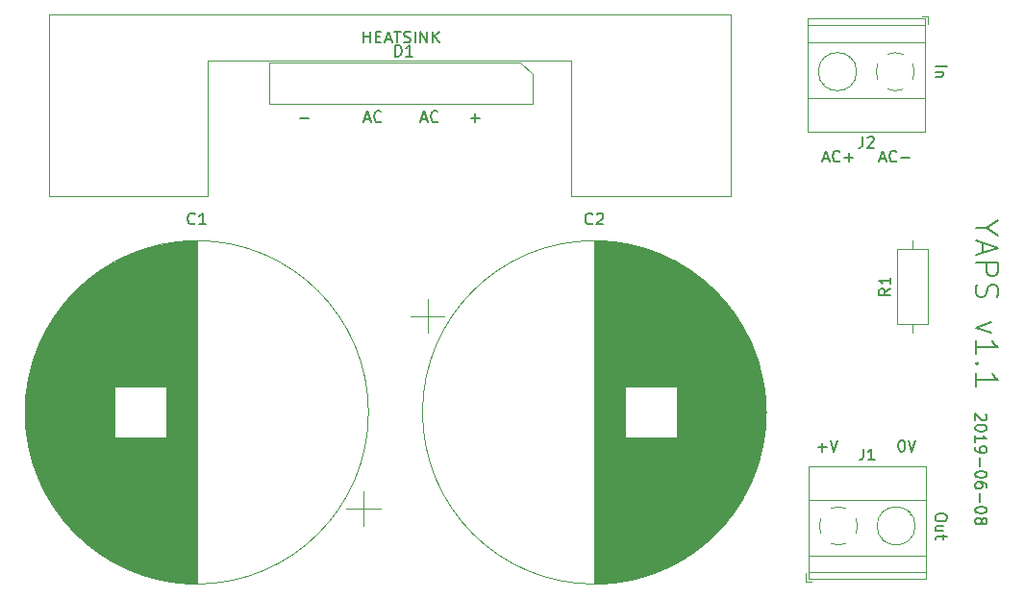
<source format=gto>
G04 #@! TF.GenerationSoftware,KiCad,Pcbnew,(5.1.0-0)*
G04 #@! TF.CreationDate,2019-06-08T23:36:10+01:00*
G04 #@! TF.ProjectId,PowerStage,506f7765-7253-4746-9167-652e6b696361,1.0*
G04 #@! TF.SameCoordinates,Original*
G04 #@! TF.FileFunction,Legend,Top*
G04 #@! TF.FilePolarity,Positive*
%FSLAX46Y46*%
G04 Gerber Fmt 4.6, Leading zero omitted, Abs format (unit mm)*
G04 Created by KiCad (PCBNEW (5.1.0-0)) date 2019-06-08 23:36:10*
%MOMM*%
%LPD*%
G04 APERTURE LIST*
%ADD10C,0.160000*%
%ADD11C,0.120000*%
%ADD12C,0.150000*%
G04 APERTURE END LIST*
D10*
X178047619Y-77166666D02*
X178047619Y-77357142D01*
X178000000Y-77452380D01*
X177904761Y-77547619D01*
X177714285Y-77595238D01*
X177380952Y-77595238D01*
X177190476Y-77547619D01*
X177095238Y-77452380D01*
X177047619Y-77357142D01*
X177047619Y-77166666D01*
X177095238Y-77071428D01*
X177190476Y-76976190D01*
X177380952Y-76928571D01*
X177714285Y-76928571D01*
X177904761Y-76976190D01*
X178000000Y-77071428D01*
X178047619Y-77166666D01*
X177714285Y-78452380D02*
X177047619Y-78452380D01*
X177714285Y-78023809D02*
X177190476Y-78023809D01*
X177095238Y-78071428D01*
X177047619Y-78166666D01*
X177047619Y-78309523D01*
X177095238Y-78404761D01*
X177142857Y-78452380D01*
X177714285Y-78785714D02*
X177714285Y-79166666D01*
X178047619Y-78928571D02*
X177190476Y-78928571D01*
X177095238Y-78976190D01*
X177047619Y-79071428D01*
X177047619Y-79166666D01*
X177047619Y-37547619D02*
X178047619Y-37547619D01*
X177714285Y-38023809D02*
X177047619Y-38023809D01*
X177619047Y-38023809D02*
X177666666Y-38071428D01*
X177714285Y-38166666D01*
X177714285Y-38309523D01*
X177666666Y-38404761D01*
X177571428Y-38452380D01*
X177047619Y-38452380D01*
X181452380Y-68142857D02*
X181500000Y-68190476D01*
X181547619Y-68285714D01*
X181547619Y-68523809D01*
X181500000Y-68619047D01*
X181452380Y-68666666D01*
X181357142Y-68714285D01*
X181261904Y-68714285D01*
X181119047Y-68666666D01*
X180547619Y-68095238D01*
X180547619Y-68714285D01*
X181547619Y-69333333D02*
X181547619Y-69428571D01*
X181500000Y-69523809D01*
X181452380Y-69571428D01*
X181357142Y-69619047D01*
X181166666Y-69666666D01*
X180928571Y-69666666D01*
X180738095Y-69619047D01*
X180642857Y-69571428D01*
X180595238Y-69523809D01*
X180547619Y-69428571D01*
X180547619Y-69333333D01*
X180595238Y-69238095D01*
X180642857Y-69190476D01*
X180738095Y-69142857D01*
X180928571Y-69095238D01*
X181166666Y-69095238D01*
X181357142Y-69142857D01*
X181452380Y-69190476D01*
X181500000Y-69238095D01*
X181547619Y-69333333D01*
X180547619Y-70619047D02*
X180547619Y-70047619D01*
X180547619Y-70333333D02*
X181547619Y-70333333D01*
X181404761Y-70238095D01*
X181309523Y-70142857D01*
X181261904Y-70047619D01*
X180547619Y-71095238D02*
X180547619Y-71285714D01*
X180595238Y-71380952D01*
X180642857Y-71428571D01*
X180785714Y-71523809D01*
X180976190Y-71571428D01*
X181357142Y-71571428D01*
X181452380Y-71523809D01*
X181500000Y-71476190D01*
X181547619Y-71380952D01*
X181547619Y-71190476D01*
X181500000Y-71095238D01*
X181452380Y-71047619D01*
X181357142Y-71000000D01*
X181119047Y-71000000D01*
X181023809Y-71047619D01*
X180976190Y-71095238D01*
X180928571Y-71190476D01*
X180928571Y-71380952D01*
X180976190Y-71476190D01*
X181023809Y-71523809D01*
X181119047Y-71571428D01*
X180928571Y-72000000D02*
X180928571Y-72761904D01*
X181547619Y-73428571D02*
X181547619Y-73523809D01*
X181500000Y-73619047D01*
X181452380Y-73666666D01*
X181357142Y-73714285D01*
X181166666Y-73761904D01*
X180928571Y-73761904D01*
X180738095Y-73714285D01*
X180642857Y-73666666D01*
X180595238Y-73619047D01*
X180547619Y-73523809D01*
X180547619Y-73428571D01*
X180595238Y-73333333D01*
X180642857Y-73285714D01*
X180738095Y-73238095D01*
X180928571Y-73190476D01*
X181166666Y-73190476D01*
X181357142Y-73238095D01*
X181452380Y-73285714D01*
X181500000Y-73333333D01*
X181547619Y-73428571D01*
X181547619Y-74619047D02*
X181547619Y-74428571D01*
X181500000Y-74333333D01*
X181452380Y-74285714D01*
X181309523Y-74190476D01*
X181119047Y-74142857D01*
X180738095Y-74142857D01*
X180642857Y-74190476D01*
X180595238Y-74238095D01*
X180547619Y-74333333D01*
X180547619Y-74523809D01*
X180595238Y-74619047D01*
X180642857Y-74666666D01*
X180738095Y-74714285D01*
X180976190Y-74714285D01*
X181071428Y-74666666D01*
X181119047Y-74619047D01*
X181166666Y-74523809D01*
X181166666Y-74333333D01*
X181119047Y-74238095D01*
X181071428Y-74190476D01*
X180976190Y-74142857D01*
X180928571Y-75142857D02*
X180928571Y-75904761D01*
X181547619Y-76571428D02*
X181547619Y-76666666D01*
X181500000Y-76761904D01*
X181452380Y-76809523D01*
X181357142Y-76857142D01*
X181166666Y-76904761D01*
X180928571Y-76904761D01*
X180738095Y-76857142D01*
X180642857Y-76809523D01*
X180595238Y-76761904D01*
X180547619Y-76666666D01*
X180547619Y-76571428D01*
X180595238Y-76476190D01*
X180642857Y-76428571D01*
X180738095Y-76380952D01*
X180928571Y-76333333D01*
X181166666Y-76333333D01*
X181357142Y-76380952D01*
X181452380Y-76428571D01*
X181500000Y-76476190D01*
X181547619Y-76571428D01*
X181119047Y-77476190D02*
X181166666Y-77380952D01*
X181214285Y-77333333D01*
X181309523Y-77285714D01*
X181357142Y-77285714D01*
X181452380Y-77333333D01*
X181500000Y-77380952D01*
X181547619Y-77476190D01*
X181547619Y-77666666D01*
X181500000Y-77761904D01*
X181452380Y-77809523D01*
X181357142Y-77857142D01*
X181309523Y-77857142D01*
X181214285Y-77809523D01*
X181166666Y-77761904D01*
X181119047Y-77666666D01*
X181119047Y-77476190D01*
X181071428Y-77380952D01*
X181023809Y-77333333D01*
X180928571Y-77285714D01*
X180738095Y-77285714D01*
X180642857Y-77333333D01*
X180595238Y-77380952D01*
X180547619Y-77476190D01*
X180547619Y-77666666D01*
X180595238Y-77761904D01*
X180642857Y-77809523D01*
X180738095Y-77857142D01*
X180928571Y-77857142D01*
X181023809Y-77809523D01*
X181071428Y-77761904D01*
X181119047Y-77666666D01*
X181547619Y-51785714D02*
X180595238Y-51785714D01*
X182595238Y-51119047D02*
X181547619Y-51785714D01*
X182595238Y-52452380D01*
X181166666Y-53023809D02*
X181166666Y-53976190D01*
X180595238Y-52833333D02*
X182595238Y-53500000D01*
X180595238Y-54166666D01*
X180595238Y-54833333D02*
X182595238Y-54833333D01*
X182595238Y-55595238D01*
X182500000Y-55785714D01*
X182404761Y-55880952D01*
X182214285Y-55976190D01*
X181928571Y-55976190D01*
X181738095Y-55880952D01*
X181642857Y-55785714D01*
X181547619Y-55595238D01*
X181547619Y-54833333D01*
X180690476Y-56738095D02*
X180595238Y-57023809D01*
X180595238Y-57500000D01*
X180690476Y-57690476D01*
X180785714Y-57785714D01*
X180976190Y-57880952D01*
X181166666Y-57880952D01*
X181357142Y-57785714D01*
X181452380Y-57690476D01*
X181547619Y-57500000D01*
X181642857Y-57119047D01*
X181738095Y-56928571D01*
X181833333Y-56833333D01*
X182023809Y-56738095D01*
X182214285Y-56738095D01*
X182404761Y-56833333D01*
X182500000Y-56928571D01*
X182595238Y-57119047D01*
X182595238Y-57595238D01*
X182500000Y-57880952D01*
X181928571Y-60071428D02*
X180595238Y-60547619D01*
X181928571Y-61023809D01*
X180595238Y-62833333D02*
X180595238Y-61690476D01*
X180595238Y-62261904D02*
X182595238Y-62261904D01*
X182309523Y-62071428D01*
X182119047Y-61880952D01*
X182023809Y-61690476D01*
X180785714Y-63690476D02*
X180690476Y-63785714D01*
X180595238Y-63690476D01*
X180690476Y-63595238D01*
X180785714Y-63690476D01*
X180595238Y-63690476D01*
X180595238Y-65690476D02*
X180595238Y-64547619D01*
X180595238Y-65119047D02*
X182595238Y-65119047D01*
X182309523Y-64928571D01*
X182119047Y-64738095D01*
X182023809Y-64547619D01*
X131761904Y-42166666D02*
X132238095Y-42166666D01*
X131666666Y-42452380D02*
X132000000Y-41452380D01*
X132333333Y-42452380D01*
X133238095Y-42357142D02*
X133190476Y-42404761D01*
X133047619Y-42452380D01*
X132952380Y-42452380D01*
X132809523Y-42404761D01*
X132714285Y-42309523D01*
X132666666Y-42214285D01*
X132619047Y-42023809D01*
X132619047Y-41880952D01*
X132666666Y-41690476D01*
X132714285Y-41595238D01*
X132809523Y-41500000D01*
X132952380Y-41452380D01*
X133047619Y-41452380D01*
X133190476Y-41500000D01*
X133238095Y-41547619D01*
X126761904Y-42166666D02*
X127238095Y-42166666D01*
X126666666Y-42452380D02*
X127000000Y-41452380D01*
X127333333Y-42452380D01*
X128238095Y-42357142D02*
X128190476Y-42404761D01*
X128047619Y-42452380D01*
X127952380Y-42452380D01*
X127809523Y-42404761D01*
X127714285Y-42309523D01*
X127666666Y-42214285D01*
X127619047Y-42023809D01*
X127619047Y-41880952D01*
X127666666Y-41690476D01*
X127714285Y-41595238D01*
X127809523Y-41500000D01*
X127952380Y-41452380D01*
X128047619Y-41452380D01*
X128190476Y-41500000D01*
X128238095Y-41547619D01*
X121119047Y-42071428D02*
X121880952Y-42071428D01*
X136119047Y-42071428D02*
X136880952Y-42071428D01*
X136500000Y-42452380D02*
X136500000Y-41690476D01*
X174023809Y-70452380D02*
X174119047Y-70452380D01*
X174214285Y-70500000D01*
X174261904Y-70547619D01*
X174309523Y-70642857D01*
X174357142Y-70833333D01*
X174357142Y-71071428D01*
X174309523Y-71261904D01*
X174261904Y-71357142D01*
X174214285Y-71404761D01*
X174119047Y-71452380D01*
X174023809Y-71452380D01*
X173928571Y-71404761D01*
X173880952Y-71357142D01*
X173833333Y-71261904D01*
X173785714Y-71071428D01*
X173785714Y-70833333D01*
X173833333Y-70642857D01*
X173880952Y-70547619D01*
X173928571Y-70500000D01*
X174023809Y-70452380D01*
X174642857Y-70452380D02*
X174976190Y-71452380D01*
X175309523Y-70452380D01*
X166690476Y-71071428D02*
X167452380Y-71071428D01*
X167071428Y-71452380D02*
X167071428Y-70690476D01*
X167785714Y-70452380D02*
X168119047Y-71452380D01*
X168452380Y-70452380D01*
X172142857Y-45666666D02*
X172619047Y-45666666D01*
X172047619Y-45952380D02*
X172380952Y-44952380D01*
X172714285Y-45952380D01*
X173619047Y-45857142D02*
X173571428Y-45904761D01*
X173428571Y-45952380D01*
X173333333Y-45952380D01*
X173190476Y-45904761D01*
X173095238Y-45809523D01*
X173047619Y-45714285D01*
X173000000Y-45523809D01*
X173000000Y-45380952D01*
X173047619Y-45190476D01*
X173095238Y-45095238D01*
X173190476Y-45000000D01*
X173333333Y-44952380D01*
X173428571Y-44952380D01*
X173571428Y-45000000D01*
X173619047Y-45047619D01*
X174047619Y-45571428D02*
X174809523Y-45571428D01*
X167142857Y-45666666D02*
X167619047Y-45666666D01*
X167047619Y-45952380D02*
X167380952Y-44952380D01*
X167714285Y-45952380D01*
X168619047Y-45857142D02*
X168571428Y-45904761D01*
X168428571Y-45952380D01*
X168333333Y-45952380D01*
X168190476Y-45904761D01*
X168095238Y-45809523D01*
X168047619Y-45714285D01*
X168000000Y-45523809D01*
X168000000Y-45380952D01*
X168047619Y-45190476D01*
X168095238Y-45095238D01*
X168190476Y-45000000D01*
X168333333Y-44952380D01*
X168428571Y-44952380D01*
X168571428Y-45000000D01*
X168619047Y-45047619D01*
X169047619Y-45571428D02*
X169809523Y-45571428D01*
X169428571Y-45952380D02*
X169428571Y-45190476D01*
X126714285Y-35452380D02*
X126714285Y-34452380D01*
X126714285Y-34928571D02*
X127285714Y-34928571D01*
X127285714Y-35452380D02*
X127285714Y-34452380D01*
X127761904Y-34928571D02*
X128095238Y-34928571D01*
X128238095Y-35452380D02*
X127761904Y-35452380D01*
X127761904Y-34452380D01*
X128238095Y-34452380D01*
X128619047Y-35166666D02*
X129095238Y-35166666D01*
X128523809Y-35452380D02*
X128857142Y-34452380D01*
X129190476Y-35452380D01*
X129380952Y-34452380D02*
X129952380Y-34452380D01*
X129666666Y-35452380D02*
X129666666Y-34452380D01*
X130238095Y-35404761D02*
X130380952Y-35452380D01*
X130619047Y-35452380D01*
X130714285Y-35404761D01*
X130761904Y-35357142D01*
X130809523Y-35261904D01*
X130809523Y-35166666D01*
X130761904Y-35071428D01*
X130714285Y-35023809D01*
X130619047Y-34976190D01*
X130428571Y-34928571D01*
X130333333Y-34880952D01*
X130285714Y-34833333D01*
X130238095Y-34738095D01*
X130238095Y-34642857D01*
X130285714Y-34547619D01*
X130333333Y-34500000D01*
X130428571Y-34452380D01*
X130666666Y-34452380D01*
X130809523Y-34500000D01*
X131238095Y-35452380D02*
X131238095Y-34452380D01*
X131714285Y-35452380D02*
X131714285Y-34452380D01*
X132285714Y-35452380D01*
X132285714Y-34452380D01*
X132761904Y-35452380D02*
X132761904Y-34452380D01*
X133333333Y-35452380D02*
X132904761Y-34880952D01*
X133333333Y-34452380D02*
X132761904Y-35023809D01*
D11*
X99000000Y-49000000D02*
X99000000Y-33000000D01*
X113000000Y-49000000D02*
X99000000Y-49000000D01*
X113000000Y-37000000D02*
X113000000Y-49000000D01*
X145000000Y-37000000D02*
X113000000Y-37000000D01*
X145000000Y-49000000D02*
X145000000Y-37000000D01*
X159000000Y-49000000D02*
X145000000Y-49000000D01*
X159000000Y-33000000D02*
X159000000Y-49000000D01*
X99000000Y-33000000D02*
X159000000Y-33000000D01*
X141600000Y-38200000D02*
X140500000Y-37200000D01*
X118400000Y-40800000D02*
X118400000Y-37200000D01*
X118400000Y-37200000D02*
X140500000Y-37200000D01*
X141600000Y-38200000D02*
X141600000Y-40800000D01*
X141600000Y-40800000D02*
X118400000Y-40800000D01*
X165660000Y-82900000D02*
X166160000Y-82900000D01*
X165660000Y-82160000D02*
X165660000Y-82900000D01*
X172353000Y-79023000D02*
X172306000Y-79069000D01*
X174650000Y-76725000D02*
X174615000Y-76761000D01*
X172546000Y-79239000D02*
X172511000Y-79274000D01*
X174855000Y-76931000D02*
X174808000Y-76977000D01*
X176180000Y-72739000D02*
X176180000Y-82660000D01*
X165900000Y-72739000D02*
X165900000Y-82660000D01*
X165900000Y-82660000D02*
X176180000Y-82660000D01*
X165900000Y-72739000D02*
X176180000Y-72739000D01*
X165900000Y-75699000D02*
X176180000Y-75699000D01*
X165900000Y-80600000D02*
X176180000Y-80600000D01*
X165900000Y-82100000D02*
X176180000Y-82100000D01*
X175260000Y-78000000D02*
G75*
G03X175260000Y-78000000I-1680000J0D01*
G01*
X168528805Y-79680253D02*
G75*
G02X167816000Y-79535000I-28805J1680253D01*
G01*
X166964574Y-78683042D02*
G75*
G02X166965000Y-77316000I1535426J683042D01*
G01*
X167816958Y-76464574D02*
G75*
G02X169184000Y-76465000I683042J-1535426D01*
G01*
X170035426Y-77316958D02*
G75*
G02X170035000Y-78684000I-1535426J-683042D01*
G01*
X169183318Y-79534756D02*
G75*
G02X168500000Y-79680000I-683318J1534756D01*
G01*
X172816682Y-36465244D02*
G75*
G02X173500000Y-36320000I683318J-1534756D01*
G01*
X171964574Y-38683042D02*
G75*
G02X171965000Y-37316000I1535426J683042D01*
G01*
X174183042Y-39535426D02*
G75*
G02X172816000Y-39535000I-683042J1535426D01*
G01*
X175035426Y-37316958D02*
G75*
G02X175035000Y-38684000I-1535426J-683042D01*
G01*
X173471195Y-36319747D02*
G75*
G02X174184000Y-36465000I28805J-1680253D01*
G01*
X170100000Y-38000000D02*
G75*
G03X170100000Y-38000000I-1680000J0D01*
G01*
X176100000Y-33900000D02*
X165820000Y-33900000D01*
X176100000Y-35400000D02*
X165820000Y-35400000D01*
X176100000Y-40301000D02*
X165820000Y-40301000D01*
X176100000Y-43261000D02*
X165820000Y-43261000D01*
X176100000Y-33340000D02*
X165820000Y-33340000D01*
X176100000Y-43261000D02*
X176100000Y-33340000D01*
X165820000Y-43261000D02*
X165820000Y-33340000D01*
X167145000Y-39069000D02*
X167192000Y-39023000D01*
X169454000Y-36761000D02*
X169489000Y-36726000D01*
X167350000Y-39275000D02*
X167385000Y-39239000D01*
X169647000Y-36977000D02*
X169694000Y-36931000D01*
X176340000Y-33840000D02*
X176340000Y-33100000D01*
X176340000Y-33100000D02*
X175840000Y-33100000D01*
X173630000Y-60190000D02*
X176370000Y-60190000D01*
X176370000Y-60190000D02*
X176370000Y-53650000D01*
X176370000Y-53650000D02*
X173630000Y-53650000D01*
X173630000Y-53650000D02*
X173630000Y-60190000D01*
X175000000Y-60960000D02*
X175000000Y-60190000D01*
X175000000Y-52880000D02*
X175000000Y-53650000D01*
X127120000Y-68000000D02*
G75*
G03X127120000Y-68000000I-15120000J0D01*
G01*
X112000000Y-83081000D02*
X112000000Y-52919000D01*
X111960000Y-83080000D02*
X111960000Y-52920000D01*
X111920000Y-83080000D02*
X111920000Y-52920000D01*
X111880000Y-83080000D02*
X111880000Y-52920000D01*
X111840000Y-83080000D02*
X111840000Y-52920000D01*
X111800000Y-83079000D02*
X111800000Y-52921000D01*
X111760000Y-83079000D02*
X111760000Y-52921000D01*
X111720000Y-83078000D02*
X111720000Y-52922000D01*
X111680000Y-83077000D02*
X111680000Y-52923000D01*
X111640000Y-83076000D02*
X111640000Y-52924000D01*
X111600000Y-83075000D02*
X111600000Y-52925000D01*
X111560000Y-83074000D02*
X111560000Y-52926000D01*
X111520000Y-83073000D02*
X111520000Y-52927000D01*
X111480000Y-83072000D02*
X111480000Y-52928000D01*
X111440000Y-83070000D02*
X111440000Y-52930000D01*
X111400000Y-83069000D02*
X111400000Y-52931000D01*
X111360000Y-83067000D02*
X111360000Y-52933000D01*
X111320000Y-83065000D02*
X111320000Y-52935000D01*
X111279000Y-83063000D02*
X111279000Y-52937000D01*
X111239000Y-83061000D02*
X111239000Y-52939000D01*
X111199000Y-83059000D02*
X111199000Y-52941000D01*
X111159000Y-83057000D02*
X111159000Y-52943000D01*
X111119000Y-83055000D02*
X111119000Y-52945000D01*
X111079000Y-83052000D02*
X111079000Y-52948000D01*
X111039000Y-83050000D02*
X111039000Y-52950000D01*
X110999000Y-83047000D02*
X110999000Y-52953000D01*
X110959000Y-83045000D02*
X110959000Y-52955000D01*
X110919000Y-83042000D02*
X110919000Y-52958000D01*
X110879000Y-83039000D02*
X110879000Y-52961000D01*
X110839000Y-83036000D02*
X110839000Y-52964000D01*
X110799000Y-83033000D02*
X110799000Y-52967000D01*
X110759000Y-83030000D02*
X110759000Y-52970000D01*
X110719000Y-83026000D02*
X110719000Y-52974000D01*
X110679000Y-83023000D02*
X110679000Y-52977000D01*
X110639000Y-83019000D02*
X110639000Y-52981000D01*
X110599000Y-83016000D02*
X110599000Y-52984000D01*
X110559000Y-83012000D02*
X110559000Y-52988000D01*
X110519000Y-83008000D02*
X110519000Y-52992000D01*
X110479000Y-83004000D02*
X110479000Y-52996000D01*
X110439000Y-83000000D02*
X110439000Y-53000000D01*
X110399000Y-82996000D02*
X110399000Y-53004000D01*
X110359000Y-82991000D02*
X110359000Y-53009000D01*
X110319000Y-82987000D02*
X110319000Y-53013000D01*
X110279000Y-82982000D02*
X110279000Y-53018000D01*
X110239000Y-82978000D02*
X110239000Y-53022000D01*
X110199000Y-82973000D02*
X110199000Y-53027000D01*
X110159000Y-82968000D02*
X110159000Y-53032000D01*
X110119000Y-82963000D02*
X110119000Y-53037000D01*
X110079000Y-82958000D02*
X110079000Y-53042000D01*
X110039000Y-82953000D02*
X110039000Y-53047000D01*
X109999000Y-82948000D02*
X109999000Y-53052000D01*
X109959000Y-82942000D02*
X109959000Y-53058000D01*
X109919000Y-82937000D02*
X109919000Y-53063000D01*
X109879000Y-82931000D02*
X109879000Y-53069000D01*
X109839000Y-82925000D02*
X109839000Y-53075000D01*
X109799000Y-82920000D02*
X109799000Y-53080000D01*
X109759000Y-82914000D02*
X109759000Y-53086000D01*
X109719000Y-82908000D02*
X109719000Y-53092000D01*
X109679000Y-82901000D02*
X109679000Y-53099000D01*
X109639000Y-82895000D02*
X109639000Y-53105000D01*
X109599000Y-82889000D02*
X109599000Y-53111000D01*
X109559000Y-82882000D02*
X109559000Y-53118000D01*
X109519000Y-82876000D02*
X109519000Y-53124000D01*
X109479000Y-82869000D02*
X109479000Y-53131000D01*
X109439000Y-82862000D02*
X109439000Y-53138000D01*
X109399000Y-82855000D02*
X109399000Y-53145000D01*
X109359000Y-82848000D02*
X109359000Y-53152000D01*
X109319000Y-82841000D02*
X109319000Y-53159000D01*
X109279000Y-82834000D02*
X109279000Y-53166000D01*
X109239000Y-82826000D02*
X109239000Y-70240000D01*
X109239000Y-65760000D02*
X109239000Y-53174000D01*
X109199000Y-82819000D02*
X109199000Y-70240000D01*
X109199000Y-65760000D02*
X109199000Y-53181000D01*
X109159000Y-82811000D02*
X109159000Y-70240000D01*
X109159000Y-65760000D02*
X109159000Y-53189000D01*
X109119000Y-82804000D02*
X109119000Y-70240000D01*
X109119000Y-65760000D02*
X109119000Y-53196000D01*
X109079000Y-82796000D02*
X109079000Y-70240000D01*
X109079000Y-65760000D02*
X109079000Y-53204000D01*
X109039000Y-82788000D02*
X109039000Y-70240000D01*
X109039000Y-65760000D02*
X109039000Y-53212000D01*
X108999000Y-82780000D02*
X108999000Y-70240000D01*
X108999000Y-65760000D02*
X108999000Y-53220000D01*
X108959000Y-82772000D02*
X108959000Y-70240000D01*
X108959000Y-65760000D02*
X108959000Y-53228000D01*
X108919000Y-82763000D02*
X108919000Y-70240000D01*
X108919000Y-65760000D02*
X108919000Y-53237000D01*
X108879000Y-82755000D02*
X108879000Y-70240000D01*
X108879000Y-65760000D02*
X108879000Y-53245000D01*
X108839000Y-82747000D02*
X108839000Y-70240000D01*
X108839000Y-65760000D02*
X108839000Y-53253000D01*
X108799000Y-82738000D02*
X108799000Y-70240000D01*
X108799000Y-65760000D02*
X108799000Y-53262000D01*
X108759000Y-82729000D02*
X108759000Y-70240000D01*
X108759000Y-65760000D02*
X108759000Y-53271000D01*
X108719000Y-82720000D02*
X108719000Y-70240000D01*
X108719000Y-65760000D02*
X108719000Y-53280000D01*
X108679000Y-82711000D02*
X108679000Y-70240000D01*
X108679000Y-65760000D02*
X108679000Y-53289000D01*
X108639000Y-82702000D02*
X108639000Y-70240000D01*
X108639000Y-65760000D02*
X108639000Y-53298000D01*
X108599000Y-82693000D02*
X108599000Y-70240000D01*
X108599000Y-65760000D02*
X108599000Y-53307000D01*
X108559000Y-82684000D02*
X108559000Y-70240000D01*
X108559000Y-65760000D02*
X108559000Y-53316000D01*
X108519000Y-82675000D02*
X108519000Y-70240000D01*
X108519000Y-65760000D02*
X108519000Y-53325000D01*
X108479000Y-82665000D02*
X108479000Y-70240000D01*
X108479000Y-65760000D02*
X108479000Y-53335000D01*
X108439000Y-82655000D02*
X108439000Y-70240000D01*
X108439000Y-65760000D02*
X108439000Y-53345000D01*
X108399000Y-82646000D02*
X108399000Y-70240000D01*
X108399000Y-65760000D02*
X108399000Y-53354000D01*
X108359000Y-82636000D02*
X108359000Y-70240000D01*
X108359000Y-65760000D02*
X108359000Y-53364000D01*
X108319000Y-82626000D02*
X108319000Y-70240000D01*
X108319000Y-65760000D02*
X108319000Y-53374000D01*
X108279000Y-82616000D02*
X108279000Y-70240000D01*
X108279000Y-65760000D02*
X108279000Y-53384000D01*
X108239000Y-82606000D02*
X108239000Y-70240000D01*
X108239000Y-65760000D02*
X108239000Y-53394000D01*
X108199000Y-82595000D02*
X108199000Y-70240000D01*
X108199000Y-65760000D02*
X108199000Y-53405000D01*
X108159000Y-82585000D02*
X108159000Y-70240000D01*
X108159000Y-65760000D02*
X108159000Y-53415000D01*
X108119000Y-82574000D02*
X108119000Y-70240000D01*
X108119000Y-65760000D02*
X108119000Y-53426000D01*
X108079000Y-82564000D02*
X108079000Y-70240000D01*
X108079000Y-65760000D02*
X108079000Y-53436000D01*
X108039000Y-82553000D02*
X108039000Y-70240000D01*
X108039000Y-65760000D02*
X108039000Y-53447000D01*
X107999000Y-82542000D02*
X107999000Y-70240000D01*
X107999000Y-65760000D02*
X107999000Y-53458000D01*
X107959000Y-82531000D02*
X107959000Y-70240000D01*
X107959000Y-65760000D02*
X107959000Y-53469000D01*
X107919000Y-82520000D02*
X107919000Y-70240000D01*
X107919000Y-65760000D02*
X107919000Y-53480000D01*
X107879000Y-82508000D02*
X107879000Y-70240000D01*
X107879000Y-65760000D02*
X107879000Y-53492000D01*
X107839000Y-82497000D02*
X107839000Y-70240000D01*
X107839000Y-65760000D02*
X107839000Y-53503000D01*
X107799000Y-82485000D02*
X107799000Y-70240000D01*
X107799000Y-65760000D02*
X107799000Y-53515000D01*
X107759000Y-82474000D02*
X107759000Y-70240000D01*
X107759000Y-65760000D02*
X107759000Y-53526000D01*
X107719000Y-82462000D02*
X107719000Y-70240000D01*
X107719000Y-65760000D02*
X107719000Y-53538000D01*
X107679000Y-82450000D02*
X107679000Y-70240000D01*
X107679000Y-65760000D02*
X107679000Y-53550000D01*
X107639000Y-82438000D02*
X107639000Y-70240000D01*
X107639000Y-65760000D02*
X107639000Y-53562000D01*
X107599000Y-82426000D02*
X107599000Y-70240000D01*
X107599000Y-65760000D02*
X107599000Y-53574000D01*
X107559000Y-82414000D02*
X107559000Y-70240000D01*
X107559000Y-65760000D02*
X107559000Y-53586000D01*
X107519000Y-82402000D02*
X107519000Y-70240000D01*
X107519000Y-65760000D02*
X107519000Y-53598000D01*
X107479000Y-82389000D02*
X107479000Y-70240000D01*
X107479000Y-65760000D02*
X107479000Y-53611000D01*
X107439000Y-82376000D02*
X107439000Y-70240000D01*
X107439000Y-65760000D02*
X107439000Y-53624000D01*
X107399000Y-82364000D02*
X107399000Y-70240000D01*
X107399000Y-65760000D02*
X107399000Y-53636000D01*
X107359000Y-82351000D02*
X107359000Y-70240000D01*
X107359000Y-65760000D02*
X107359000Y-53649000D01*
X107319000Y-82338000D02*
X107319000Y-70240000D01*
X107319000Y-65760000D02*
X107319000Y-53662000D01*
X107279000Y-82325000D02*
X107279000Y-70240000D01*
X107279000Y-65760000D02*
X107279000Y-53675000D01*
X107239000Y-82312000D02*
X107239000Y-70240000D01*
X107239000Y-65760000D02*
X107239000Y-53688000D01*
X107199000Y-82298000D02*
X107199000Y-70240000D01*
X107199000Y-65760000D02*
X107199000Y-53702000D01*
X107159000Y-82285000D02*
X107159000Y-70240000D01*
X107159000Y-65760000D02*
X107159000Y-53715000D01*
X107119000Y-82271000D02*
X107119000Y-70240000D01*
X107119000Y-65760000D02*
X107119000Y-53729000D01*
X107079000Y-82258000D02*
X107079000Y-70240000D01*
X107079000Y-65760000D02*
X107079000Y-53742000D01*
X107039000Y-82244000D02*
X107039000Y-70240000D01*
X107039000Y-65760000D02*
X107039000Y-53756000D01*
X106999000Y-82230000D02*
X106999000Y-70240000D01*
X106999000Y-65760000D02*
X106999000Y-53770000D01*
X106959000Y-82216000D02*
X106959000Y-70240000D01*
X106959000Y-65760000D02*
X106959000Y-53784000D01*
X106919000Y-82202000D02*
X106919000Y-70240000D01*
X106919000Y-65760000D02*
X106919000Y-53798000D01*
X106879000Y-82187000D02*
X106879000Y-70240000D01*
X106879000Y-65760000D02*
X106879000Y-53813000D01*
X106839000Y-82173000D02*
X106839000Y-70240000D01*
X106839000Y-65760000D02*
X106839000Y-53827000D01*
X106799000Y-82158000D02*
X106799000Y-70240000D01*
X106799000Y-65760000D02*
X106799000Y-53842000D01*
X106759000Y-82143000D02*
X106759000Y-70240000D01*
X106759000Y-65760000D02*
X106759000Y-53857000D01*
X106719000Y-82129000D02*
X106719000Y-70240000D01*
X106719000Y-65760000D02*
X106719000Y-53871000D01*
X106679000Y-82114000D02*
X106679000Y-70240000D01*
X106679000Y-65760000D02*
X106679000Y-53886000D01*
X106639000Y-82099000D02*
X106639000Y-70240000D01*
X106639000Y-65760000D02*
X106639000Y-53901000D01*
X106599000Y-82083000D02*
X106599000Y-70240000D01*
X106599000Y-65760000D02*
X106599000Y-53917000D01*
X106559000Y-82068000D02*
X106559000Y-70240000D01*
X106559000Y-65760000D02*
X106559000Y-53932000D01*
X106519000Y-82052000D02*
X106519000Y-70240000D01*
X106519000Y-65760000D02*
X106519000Y-53948000D01*
X106479000Y-82037000D02*
X106479000Y-70240000D01*
X106479000Y-65760000D02*
X106479000Y-53963000D01*
X106439000Y-82021000D02*
X106439000Y-70240000D01*
X106439000Y-65760000D02*
X106439000Y-53979000D01*
X106399000Y-82005000D02*
X106399000Y-70240000D01*
X106399000Y-65760000D02*
X106399000Y-53995000D01*
X106359000Y-81989000D02*
X106359000Y-70240000D01*
X106359000Y-65760000D02*
X106359000Y-54011000D01*
X106319000Y-81973000D02*
X106319000Y-70240000D01*
X106319000Y-65760000D02*
X106319000Y-54027000D01*
X106279000Y-81957000D02*
X106279000Y-70240000D01*
X106279000Y-65760000D02*
X106279000Y-54043000D01*
X106239000Y-81940000D02*
X106239000Y-70240000D01*
X106239000Y-65760000D02*
X106239000Y-54060000D01*
X106199000Y-81924000D02*
X106199000Y-70240000D01*
X106199000Y-65760000D02*
X106199000Y-54076000D01*
X106159000Y-81907000D02*
X106159000Y-70240000D01*
X106159000Y-65760000D02*
X106159000Y-54093000D01*
X106119000Y-81890000D02*
X106119000Y-70240000D01*
X106119000Y-65760000D02*
X106119000Y-54110000D01*
X106079000Y-81873000D02*
X106079000Y-70240000D01*
X106079000Y-65760000D02*
X106079000Y-54127000D01*
X106039000Y-81856000D02*
X106039000Y-70240000D01*
X106039000Y-65760000D02*
X106039000Y-54144000D01*
X105999000Y-81839000D02*
X105999000Y-70240000D01*
X105999000Y-65760000D02*
X105999000Y-54161000D01*
X105959000Y-81822000D02*
X105959000Y-70240000D01*
X105959000Y-65760000D02*
X105959000Y-54178000D01*
X105919000Y-81804000D02*
X105919000Y-70240000D01*
X105919000Y-65760000D02*
X105919000Y-54196000D01*
X105879000Y-81787000D02*
X105879000Y-70240000D01*
X105879000Y-65760000D02*
X105879000Y-54213000D01*
X105839000Y-81769000D02*
X105839000Y-70240000D01*
X105839000Y-65760000D02*
X105839000Y-54231000D01*
X105799000Y-81751000D02*
X105799000Y-70240000D01*
X105799000Y-65760000D02*
X105799000Y-54249000D01*
X105759000Y-81733000D02*
X105759000Y-70240000D01*
X105759000Y-65760000D02*
X105759000Y-54267000D01*
X105719000Y-81715000D02*
X105719000Y-70240000D01*
X105719000Y-65760000D02*
X105719000Y-54285000D01*
X105679000Y-81696000D02*
X105679000Y-70240000D01*
X105679000Y-65760000D02*
X105679000Y-54304000D01*
X105639000Y-81678000D02*
X105639000Y-70240000D01*
X105639000Y-65760000D02*
X105639000Y-54322000D01*
X105599000Y-81659000D02*
X105599000Y-70240000D01*
X105599000Y-65760000D02*
X105599000Y-54341000D01*
X105559000Y-81640000D02*
X105559000Y-70240000D01*
X105559000Y-65760000D02*
X105559000Y-54360000D01*
X105519000Y-81622000D02*
X105519000Y-70240000D01*
X105519000Y-65760000D02*
X105519000Y-54378000D01*
X105479000Y-81602000D02*
X105479000Y-70240000D01*
X105479000Y-65760000D02*
X105479000Y-54398000D01*
X105439000Y-81583000D02*
X105439000Y-70240000D01*
X105439000Y-65760000D02*
X105439000Y-54417000D01*
X105399000Y-81564000D02*
X105399000Y-70240000D01*
X105399000Y-65760000D02*
X105399000Y-54436000D01*
X105359000Y-81544000D02*
X105359000Y-70240000D01*
X105359000Y-65760000D02*
X105359000Y-54456000D01*
X105319000Y-81525000D02*
X105319000Y-70240000D01*
X105319000Y-65760000D02*
X105319000Y-54475000D01*
X105279000Y-81505000D02*
X105279000Y-70240000D01*
X105279000Y-65760000D02*
X105279000Y-54495000D01*
X105239000Y-81485000D02*
X105239000Y-70240000D01*
X105239000Y-65760000D02*
X105239000Y-54515000D01*
X105199000Y-81465000D02*
X105199000Y-70240000D01*
X105199000Y-65760000D02*
X105199000Y-54535000D01*
X105159000Y-81445000D02*
X105159000Y-70240000D01*
X105159000Y-65760000D02*
X105159000Y-54555000D01*
X105119000Y-81425000D02*
X105119000Y-70240000D01*
X105119000Y-65760000D02*
X105119000Y-54575000D01*
X105079000Y-81404000D02*
X105079000Y-70240000D01*
X105079000Y-65760000D02*
X105079000Y-54596000D01*
X105039000Y-81383000D02*
X105039000Y-70240000D01*
X105039000Y-65760000D02*
X105039000Y-54617000D01*
X104999000Y-81363000D02*
X104999000Y-70240000D01*
X104999000Y-65760000D02*
X104999000Y-54637000D01*
X104959000Y-81342000D02*
X104959000Y-70240000D01*
X104959000Y-65760000D02*
X104959000Y-54658000D01*
X104919000Y-81320000D02*
X104919000Y-70240000D01*
X104919000Y-65760000D02*
X104919000Y-54680000D01*
X104879000Y-81299000D02*
X104879000Y-70240000D01*
X104879000Y-65760000D02*
X104879000Y-54701000D01*
X104839000Y-81278000D02*
X104839000Y-70240000D01*
X104839000Y-65760000D02*
X104839000Y-54722000D01*
X104799000Y-81256000D02*
X104799000Y-70240000D01*
X104799000Y-65760000D02*
X104799000Y-54744000D01*
X104759000Y-81234000D02*
X104759000Y-54766000D01*
X104719000Y-81213000D02*
X104719000Y-54787000D01*
X104679000Y-81190000D02*
X104679000Y-54810000D01*
X104639000Y-81168000D02*
X104639000Y-54832000D01*
X104599000Y-81146000D02*
X104599000Y-54854000D01*
X104559000Y-81123000D02*
X104559000Y-54877000D01*
X104519000Y-81101000D02*
X104519000Y-54899000D01*
X104479000Y-81078000D02*
X104479000Y-54922000D01*
X104439000Y-81055000D02*
X104439000Y-54945000D01*
X104399000Y-81032000D02*
X104399000Y-54968000D01*
X104359000Y-81008000D02*
X104359000Y-54992000D01*
X104319000Y-80985000D02*
X104319000Y-55015000D01*
X104279000Y-80961000D02*
X104279000Y-55039000D01*
X104239000Y-80937000D02*
X104239000Y-55063000D01*
X104199000Y-80913000D02*
X104199000Y-55087000D01*
X104159000Y-80889000D02*
X104159000Y-55111000D01*
X104119000Y-80865000D02*
X104119000Y-55135000D01*
X104079000Y-80840000D02*
X104079000Y-55160000D01*
X104039000Y-80816000D02*
X104039000Y-55184000D01*
X103999000Y-80791000D02*
X103999000Y-55209000D01*
X103959000Y-80766000D02*
X103959000Y-55234000D01*
X103919000Y-80740000D02*
X103919000Y-55260000D01*
X103879000Y-80715000D02*
X103879000Y-55285000D01*
X103839000Y-80690000D02*
X103839000Y-55310000D01*
X103800000Y-80664000D02*
X103800000Y-55336000D01*
X103760000Y-80638000D02*
X103760000Y-55362000D01*
X103720000Y-80612000D02*
X103720000Y-55388000D01*
X103680000Y-80586000D02*
X103680000Y-55414000D01*
X103640000Y-80559000D02*
X103640000Y-55441000D01*
X103600000Y-80532000D02*
X103600000Y-55468000D01*
X103560000Y-80506000D02*
X103560000Y-55494000D01*
X103520000Y-80479000D02*
X103520000Y-55521000D01*
X103480000Y-80451000D02*
X103480000Y-55549000D01*
X103440000Y-80424000D02*
X103440000Y-55576000D01*
X103400000Y-80397000D02*
X103400000Y-55603000D01*
X103360000Y-80369000D02*
X103360000Y-55631000D01*
X103320000Y-80341000D02*
X103320000Y-55659000D01*
X103280000Y-80313000D02*
X103280000Y-55687000D01*
X103240000Y-80284000D02*
X103240000Y-55716000D01*
X103200000Y-80256000D02*
X103200000Y-55744000D01*
X103160000Y-80227000D02*
X103160000Y-55773000D01*
X103120000Y-80198000D02*
X103120000Y-55802000D01*
X103080000Y-80169000D02*
X103080000Y-55831000D01*
X103040000Y-80140000D02*
X103040000Y-55860000D01*
X103000000Y-80110000D02*
X103000000Y-55890000D01*
X102960000Y-80080000D02*
X102960000Y-55920000D01*
X102920000Y-80050000D02*
X102920000Y-55950000D01*
X102880000Y-80020000D02*
X102880000Y-55980000D01*
X102840000Y-79990000D02*
X102840000Y-56010000D01*
X102800000Y-79959000D02*
X102800000Y-56041000D01*
X102760000Y-79929000D02*
X102760000Y-56071000D01*
X102720000Y-79898000D02*
X102720000Y-56102000D01*
X102680000Y-79866000D02*
X102680000Y-56134000D01*
X102640000Y-79835000D02*
X102640000Y-56165000D01*
X102600000Y-79803000D02*
X102600000Y-56197000D01*
X102560000Y-79772000D02*
X102560000Y-56228000D01*
X102520000Y-79739000D02*
X102520000Y-56261000D01*
X102480000Y-79707000D02*
X102480000Y-56293000D01*
X102440000Y-79675000D02*
X102440000Y-56325000D01*
X102400000Y-79642000D02*
X102400000Y-56358000D01*
X102360000Y-79609000D02*
X102360000Y-56391000D01*
X102320000Y-79576000D02*
X102320000Y-56424000D01*
X102280000Y-79542000D02*
X102280000Y-56458000D01*
X102240000Y-79509000D02*
X102240000Y-56491000D01*
X102200000Y-79475000D02*
X102200000Y-56525000D01*
X102160000Y-79440000D02*
X102160000Y-56560000D01*
X102120000Y-79406000D02*
X102120000Y-56594000D01*
X102080000Y-79371000D02*
X102080000Y-56629000D01*
X102040000Y-79336000D02*
X102040000Y-56664000D01*
X102000000Y-79301000D02*
X102000000Y-56699000D01*
X101960000Y-79266000D02*
X101960000Y-56734000D01*
X101920000Y-79230000D02*
X101920000Y-56770000D01*
X101880000Y-79194000D02*
X101880000Y-56806000D01*
X101840000Y-79158000D02*
X101840000Y-56842000D01*
X101800000Y-79122000D02*
X101800000Y-56878000D01*
X101760000Y-79085000D02*
X101760000Y-56915000D01*
X101720000Y-79048000D02*
X101720000Y-56952000D01*
X101680000Y-79011000D02*
X101680000Y-56989000D01*
X101640000Y-78973000D02*
X101640000Y-57027000D01*
X101600000Y-78936000D02*
X101600000Y-57064000D01*
X101560000Y-78898000D02*
X101560000Y-57102000D01*
X101520000Y-78859000D02*
X101520000Y-57141000D01*
X101480000Y-78821000D02*
X101480000Y-57179000D01*
X101440000Y-78782000D02*
X101440000Y-57218000D01*
X101400000Y-78743000D02*
X101400000Y-57257000D01*
X101360000Y-78703000D02*
X101360000Y-57297000D01*
X101320000Y-78663000D02*
X101320000Y-57337000D01*
X101280000Y-78623000D02*
X101280000Y-57377000D01*
X101240000Y-78583000D02*
X101240000Y-57417000D01*
X101200000Y-78542000D02*
X101200000Y-57458000D01*
X101160000Y-78501000D02*
X101160000Y-57499000D01*
X101120000Y-78460000D02*
X101120000Y-57540000D01*
X101080000Y-78418000D02*
X101080000Y-57582000D01*
X101040000Y-78376000D02*
X101040000Y-57624000D01*
X101000000Y-78334000D02*
X101000000Y-57666000D01*
X100960000Y-78292000D02*
X100960000Y-57708000D01*
X100920000Y-78249000D02*
X100920000Y-57751000D01*
X100880000Y-78205000D02*
X100880000Y-57795000D01*
X100840000Y-78162000D02*
X100840000Y-57838000D01*
X100800000Y-78118000D02*
X100800000Y-57882000D01*
X100760000Y-78074000D02*
X100760000Y-57926000D01*
X100720000Y-78029000D02*
X100720000Y-57971000D01*
X100680000Y-77984000D02*
X100680000Y-58016000D01*
X100640000Y-77939000D02*
X100640000Y-58061000D01*
X100600000Y-77893000D02*
X100600000Y-58107000D01*
X100560000Y-77847000D02*
X100560000Y-58153000D01*
X100520000Y-77800000D02*
X100520000Y-58200000D01*
X100480000Y-77754000D02*
X100480000Y-58246000D01*
X100440000Y-77706000D02*
X100440000Y-58294000D01*
X100400000Y-77659000D02*
X100400000Y-58341000D01*
X100360000Y-77611000D02*
X100360000Y-58389000D01*
X100320000Y-77562000D02*
X100320000Y-58438000D01*
X100280000Y-77513000D02*
X100280000Y-58487000D01*
X100240000Y-77464000D02*
X100240000Y-58536000D01*
X100200000Y-77414000D02*
X100200000Y-58586000D01*
X100160000Y-77364000D02*
X100160000Y-58636000D01*
X100120000Y-77314000D02*
X100120000Y-58686000D01*
X100080000Y-77263000D02*
X100080000Y-58737000D01*
X100040000Y-77211000D02*
X100040000Y-58789000D01*
X100000000Y-77159000D02*
X100000000Y-58841000D01*
X99960000Y-77107000D02*
X99960000Y-58893000D01*
X99920000Y-77054000D02*
X99920000Y-58946000D01*
X99880000Y-77000000D02*
X99880000Y-59000000D01*
X99840000Y-76947000D02*
X99840000Y-59053000D01*
X99800000Y-76892000D02*
X99800000Y-59108000D01*
X99760000Y-76837000D02*
X99760000Y-59163000D01*
X99720000Y-76782000D02*
X99720000Y-59218000D01*
X99680000Y-76726000D02*
X99680000Y-59274000D01*
X99640000Y-76669000D02*
X99640000Y-59331000D01*
X99600000Y-76612000D02*
X99600000Y-59388000D01*
X99560000Y-76555000D02*
X99560000Y-59445000D01*
X99520000Y-76497000D02*
X99520000Y-59503000D01*
X99480000Y-76438000D02*
X99480000Y-59562000D01*
X99440000Y-76378000D02*
X99440000Y-59622000D01*
X99400000Y-76318000D02*
X99400000Y-59682000D01*
X99360000Y-76258000D02*
X99360000Y-59742000D01*
X99320000Y-76197000D02*
X99320000Y-59803000D01*
X99280000Y-76135000D02*
X99280000Y-59865000D01*
X99240000Y-76072000D02*
X99240000Y-59928000D01*
X99200000Y-76009000D02*
X99200000Y-59991000D01*
X99160000Y-75945000D02*
X99160000Y-60055000D01*
X99120000Y-75880000D02*
X99120000Y-60120000D01*
X99080000Y-75815000D02*
X99080000Y-60185000D01*
X99040000Y-75748000D02*
X99040000Y-60252000D01*
X99000000Y-75682000D02*
X99000000Y-60318000D01*
X98960000Y-75614000D02*
X98960000Y-60386000D01*
X98920000Y-75545000D02*
X98920000Y-60455000D01*
X98880000Y-75476000D02*
X98880000Y-60524000D01*
X98840000Y-75406000D02*
X98840000Y-60594000D01*
X98800000Y-75334000D02*
X98800000Y-60666000D01*
X98760000Y-75262000D02*
X98760000Y-60738000D01*
X98720000Y-75189000D02*
X98720000Y-60811000D01*
X98680000Y-75115000D02*
X98680000Y-60885000D01*
X98640000Y-75040000D02*
X98640000Y-60960000D01*
X98600000Y-74964000D02*
X98600000Y-61036000D01*
X98560000Y-74887000D02*
X98560000Y-61113000D01*
X98520000Y-74809000D02*
X98520000Y-61191000D01*
X98480000Y-74730000D02*
X98480000Y-61270000D01*
X98440000Y-74649000D02*
X98440000Y-61351000D01*
X98400000Y-74568000D02*
X98400000Y-61432000D01*
X98360000Y-74485000D02*
X98360000Y-61515000D01*
X98320000Y-74400000D02*
X98320000Y-61600000D01*
X98280000Y-74315000D02*
X98280000Y-61685000D01*
X98240000Y-74228000D02*
X98240000Y-61772000D01*
X98200000Y-74139000D02*
X98200000Y-61861000D01*
X98160000Y-74049000D02*
X98160000Y-61951000D01*
X98120000Y-73957000D02*
X98120000Y-62043000D01*
X98080000Y-73864000D02*
X98080000Y-62136000D01*
X98040000Y-73768000D02*
X98040000Y-62232000D01*
X98000000Y-73671000D02*
X98000000Y-62329000D01*
X97960000Y-73572000D02*
X97960000Y-62428000D01*
X97920000Y-73471000D02*
X97920000Y-62529000D01*
X97880000Y-73368000D02*
X97880000Y-62632000D01*
X97840000Y-73262000D02*
X97840000Y-62738000D01*
X97800000Y-73154000D02*
X97800000Y-62846000D01*
X97760000Y-73043000D02*
X97760000Y-62957000D01*
X97720000Y-72930000D02*
X97720000Y-63070000D01*
X97680000Y-72814000D02*
X97680000Y-63186000D01*
X97640000Y-72694000D02*
X97640000Y-63306000D01*
X97600000Y-72571000D02*
X97600000Y-63429000D01*
X97560000Y-72444000D02*
X97560000Y-63556000D01*
X97520000Y-72313000D02*
X97520000Y-63687000D01*
X97480000Y-72178000D02*
X97480000Y-63822000D01*
X97440000Y-72037000D02*
X97440000Y-63963000D01*
X97400000Y-71892000D02*
X97400000Y-64108000D01*
X97360000Y-71740000D02*
X97360000Y-64260000D01*
X97320000Y-71582000D02*
X97320000Y-64418000D01*
X97280000Y-71415000D02*
X97280000Y-64585000D01*
X97240000Y-71240000D02*
X97240000Y-64760000D01*
X97200000Y-71055000D02*
X97200000Y-64945000D01*
X97160000Y-70857000D02*
X97160000Y-65143000D01*
X97120000Y-70644000D02*
X97120000Y-65356000D01*
X97080000Y-70412000D02*
X97080000Y-65588000D01*
X97040000Y-70154000D02*
X97040000Y-65846000D01*
X97000000Y-69862000D02*
X97000000Y-66138000D01*
X96960000Y-69514000D02*
X96960000Y-66486000D01*
X96920000Y-69060000D02*
X96920000Y-66940000D01*
X96880000Y-68040000D02*
X96880000Y-67960000D01*
X128179131Y-76475000D02*
X125179131Y-76475000D01*
X126679131Y-77975000D02*
X126679131Y-74975000D01*
X132320869Y-58025000D02*
X132320869Y-61025000D01*
X130820869Y-59525000D02*
X133820869Y-59525000D01*
X162120000Y-67960000D02*
X162120000Y-68040000D01*
X162080000Y-66940000D02*
X162080000Y-69060000D01*
X162040000Y-66486000D02*
X162040000Y-69514000D01*
X162000000Y-66138000D02*
X162000000Y-69862000D01*
X161960000Y-65846000D02*
X161960000Y-70154000D01*
X161920000Y-65588000D02*
X161920000Y-70412000D01*
X161880000Y-65356000D02*
X161880000Y-70644000D01*
X161840000Y-65143000D02*
X161840000Y-70857000D01*
X161800000Y-64945000D02*
X161800000Y-71055000D01*
X161760000Y-64760000D02*
X161760000Y-71240000D01*
X161720000Y-64585000D02*
X161720000Y-71415000D01*
X161680000Y-64418000D02*
X161680000Y-71582000D01*
X161640000Y-64260000D02*
X161640000Y-71740000D01*
X161600000Y-64108000D02*
X161600000Y-71892000D01*
X161560000Y-63963000D02*
X161560000Y-72037000D01*
X161520000Y-63822000D02*
X161520000Y-72178000D01*
X161480000Y-63687000D02*
X161480000Y-72313000D01*
X161440000Y-63556000D02*
X161440000Y-72444000D01*
X161400000Y-63429000D02*
X161400000Y-72571000D01*
X161360000Y-63306000D02*
X161360000Y-72694000D01*
X161320000Y-63186000D02*
X161320000Y-72814000D01*
X161280000Y-63070000D02*
X161280000Y-72930000D01*
X161240000Y-62957000D02*
X161240000Y-73043000D01*
X161200000Y-62846000D02*
X161200000Y-73154000D01*
X161160000Y-62738000D02*
X161160000Y-73262000D01*
X161120000Y-62632000D02*
X161120000Y-73368000D01*
X161080000Y-62529000D02*
X161080000Y-73471000D01*
X161040000Y-62428000D02*
X161040000Y-73572000D01*
X161000000Y-62329000D02*
X161000000Y-73671000D01*
X160960000Y-62232000D02*
X160960000Y-73768000D01*
X160920000Y-62136000D02*
X160920000Y-73864000D01*
X160880000Y-62043000D02*
X160880000Y-73957000D01*
X160840000Y-61951000D02*
X160840000Y-74049000D01*
X160800000Y-61861000D02*
X160800000Y-74139000D01*
X160760000Y-61772000D02*
X160760000Y-74228000D01*
X160720000Y-61685000D02*
X160720000Y-74315000D01*
X160680000Y-61600000D02*
X160680000Y-74400000D01*
X160640000Y-61515000D02*
X160640000Y-74485000D01*
X160600000Y-61432000D02*
X160600000Y-74568000D01*
X160560000Y-61351000D02*
X160560000Y-74649000D01*
X160520000Y-61270000D02*
X160520000Y-74730000D01*
X160480000Y-61191000D02*
X160480000Y-74809000D01*
X160440000Y-61113000D02*
X160440000Y-74887000D01*
X160400000Y-61036000D02*
X160400000Y-74964000D01*
X160360000Y-60960000D02*
X160360000Y-75040000D01*
X160320000Y-60885000D02*
X160320000Y-75115000D01*
X160280000Y-60811000D02*
X160280000Y-75189000D01*
X160240000Y-60738000D02*
X160240000Y-75262000D01*
X160200000Y-60666000D02*
X160200000Y-75334000D01*
X160160000Y-60594000D02*
X160160000Y-75406000D01*
X160120000Y-60524000D02*
X160120000Y-75476000D01*
X160080000Y-60455000D02*
X160080000Y-75545000D01*
X160040000Y-60386000D02*
X160040000Y-75614000D01*
X160000000Y-60318000D02*
X160000000Y-75682000D01*
X159960000Y-60252000D02*
X159960000Y-75748000D01*
X159920000Y-60185000D02*
X159920000Y-75815000D01*
X159880000Y-60120000D02*
X159880000Y-75880000D01*
X159840000Y-60055000D02*
X159840000Y-75945000D01*
X159800000Y-59991000D02*
X159800000Y-76009000D01*
X159760000Y-59928000D02*
X159760000Y-76072000D01*
X159720000Y-59865000D02*
X159720000Y-76135000D01*
X159680000Y-59803000D02*
X159680000Y-76197000D01*
X159640000Y-59742000D02*
X159640000Y-76258000D01*
X159600000Y-59682000D02*
X159600000Y-76318000D01*
X159560000Y-59622000D02*
X159560000Y-76378000D01*
X159520000Y-59562000D02*
X159520000Y-76438000D01*
X159480000Y-59503000D02*
X159480000Y-76497000D01*
X159440000Y-59445000D02*
X159440000Y-76555000D01*
X159400000Y-59388000D02*
X159400000Y-76612000D01*
X159360000Y-59331000D02*
X159360000Y-76669000D01*
X159320000Y-59274000D02*
X159320000Y-76726000D01*
X159280000Y-59218000D02*
X159280000Y-76782000D01*
X159240000Y-59163000D02*
X159240000Y-76837000D01*
X159200000Y-59108000D02*
X159200000Y-76892000D01*
X159160000Y-59053000D02*
X159160000Y-76947000D01*
X159120000Y-59000000D02*
X159120000Y-77000000D01*
X159080000Y-58946000D02*
X159080000Y-77054000D01*
X159040000Y-58893000D02*
X159040000Y-77107000D01*
X159000000Y-58841000D02*
X159000000Y-77159000D01*
X158960000Y-58789000D02*
X158960000Y-77211000D01*
X158920000Y-58737000D02*
X158920000Y-77263000D01*
X158880000Y-58686000D02*
X158880000Y-77314000D01*
X158840000Y-58636000D02*
X158840000Y-77364000D01*
X158800000Y-58586000D02*
X158800000Y-77414000D01*
X158760000Y-58536000D02*
X158760000Y-77464000D01*
X158720000Y-58487000D02*
X158720000Y-77513000D01*
X158680000Y-58438000D02*
X158680000Y-77562000D01*
X158640000Y-58389000D02*
X158640000Y-77611000D01*
X158600000Y-58341000D02*
X158600000Y-77659000D01*
X158560000Y-58294000D02*
X158560000Y-77706000D01*
X158520000Y-58246000D02*
X158520000Y-77754000D01*
X158480000Y-58200000D02*
X158480000Y-77800000D01*
X158440000Y-58153000D02*
X158440000Y-77847000D01*
X158400000Y-58107000D02*
X158400000Y-77893000D01*
X158360000Y-58061000D02*
X158360000Y-77939000D01*
X158320000Y-58016000D02*
X158320000Y-77984000D01*
X158280000Y-57971000D02*
X158280000Y-78029000D01*
X158240000Y-57926000D02*
X158240000Y-78074000D01*
X158200000Y-57882000D02*
X158200000Y-78118000D01*
X158160000Y-57838000D02*
X158160000Y-78162000D01*
X158120000Y-57795000D02*
X158120000Y-78205000D01*
X158080000Y-57751000D02*
X158080000Y-78249000D01*
X158040000Y-57708000D02*
X158040000Y-78292000D01*
X158000000Y-57666000D02*
X158000000Y-78334000D01*
X157960000Y-57624000D02*
X157960000Y-78376000D01*
X157920000Y-57582000D02*
X157920000Y-78418000D01*
X157880000Y-57540000D02*
X157880000Y-78460000D01*
X157840000Y-57499000D02*
X157840000Y-78501000D01*
X157800000Y-57458000D02*
X157800000Y-78542000D01*
X157760000Y-57417000D02*
X157760000Y-78583000D01*
X157720000Y-57377000D02*
X157720000Y-78623000D01*
X157680000Y-57337000D02*
X157680000Y-78663000D01*
X157640000Y-57297000D02*
X157640000Y-78703000D01*
X157600000Y-57257000D02*
X157600000Y-78743000D01*
X157560000Y-57218000D02*
X157560000Y-78782000D01*
X157520000Y-57179000D02*
X157520000Y-78821000D01*
X157480000Y-57141000D02*
X157480000Y-78859000D01*
X157440000Y-57102000D02*
X157440000Y-78898000D01*
X157400000Y-57064000D02*
X157400000Y-78936000D01*
X157360000Y-57027000D02*
X157360000Y-78973000D01*
X157320000Y-56989000D02*
X157320000Y-79011000D01*
X157280000Y-56952000D02*
X157280000Y-79048000D01*
X157240000Y-56915000D02*
X157240000Y-79085000D01*
X157200000Y-56878000D02*
X157200000Y-79122000D01*
X157160000Y-56842000D02*
X157160000Y-79158000D01*
X157120000Y-56806000D02*
X157120000Y-79194000D01*
X157080000Y-56770000D02*
X157080000Y-79230000D01*
X157040000Y-56734000D02*
X157040000Y-79266000D01*
X157000000Y-56699000D02*
X157000000Y-79301000D01*
X156960000Y-56664000D02*
X156960000Y-79336000D01*
X156920000Y-56629000D02*
X156920000Y-79371000D01*
X156880000Y-56594000D02*
X156880000Y-79406000D01*
X156840000Y-56560000D02*
X156840000Y-79440000D01*
X156800000Y-56525000D02*
X156800000Y-79475000D01*
X156760000Y-56491000D02*
X156760000Y-79509000D01*
X156720000Y-56458000D02*
X156720000Y-79542000D01*
X156680000Y-56424000D02*
X156680000Y-79576000D01*
X156640000Y-56391000D02*
X156640000Y-79609000D01*
X156600000Y-56358000D02*
X156600000Y-79642000D01*
X156560000Y-56325000D02*
X156560000Y-79675000D01*
X156520000Y-56293000D02*
X156520000Y-79707000D01*
X156480000Y-56261000D02*
X156480000Y-79739000D01*
X156440000Y-56228000D02*
X156440000Y-79772000D01*
X156400000Y-56197000D02*
X156400000Y-79803000D01*
X156360000Y-56165000D02*
X156360000Y-79835000D01*
X156320000Y-56134000D02*
X156320000Y-79866000D01*
X156280000Y-56102000D02*
X156280000Y-79898000D01*
X156240000Y-56071000D02*
X156240000Y-79929000D01*
X156200000Y-56041000D02*
X156200000Y-79959000D01*
X156160000Y-56010000D02*
X156160000Y-79990000D01*
X156120000Y-55980000D02*
X156120000Y-80020000D01*
X156080000Y-55950000D02*
X156080000Y-80050000D01*
X156040000Y-55920000D02*
X156040000Y-80080000D01*
X156000000Y-55890000D02*
X156000000Y-80110000D01*
X155960000Y-55860000D02*
X155960000Y-80140000D01*
X155920000Y-55831000D02*
X155920000Y-80169000D01*
X155880000Y-55802000D02*
X155880000Y-80198000D01*
X155840000Y-55773000D02*
X155840000Y-80227000D01*
X155800000Y-55744000D02*
X155800000Y-80256000D01*
X155760000Y-55716000D02*
X155760000Y-80284000D01*
X155720000Y-55687000D02*
X155720000Y-80313000D01*
X155680000Y-55659000D02*
X155680000Y-80341000D01*
X155640000Y-55631000D02*
X155640000Y-80369000D01*
X155600000Y-55603000D02*
X155600000Y-80397000D01*
X155560000Y-55576000D02*
X155560000Y-80424000D01*
X155520000Y-55549000D02*
X155520000Y-80451000D01*
X155480000Y-55521000D02*
X155480000Y-80479000D01*
X155440000Y-55494000D02*
X155440000Y-80506000D01*
X155400000Y-55468000D02*
X155400000Y-80532000D01*
X155360000Y-55441000D02*
X155360000Y-80559000D01*
X155320000Y-55414000D02*
X155320000Y-80586000D01*
X155280000Y-55388000D02*
X155280000Y-80612000D01*
X155240000Y-55362000D02*
X155240000Y-80638000D01*
X155200000Y-55336000D02*
X155200000Y-80664000D01*
X155161000Y-55310000D02*
X155161000Y-80690000D01*
X155121000Y-55285000D02*
X155121000Y-80715000D01*
X155081000Y-55260000D02*
X155081000Y-80740000D01*
X155041000Y-55234000D02*
X155041000Y-80766000D01*
X155001000Y-55209000D02*
X155001000Y-80791000D01*
X154961000Y-55184000D02*
X154961000Y-80816000D01*
X154921000Y-55160000D02*
X154921000Y-80840000D01*
X154881000Y-55135000D02*
X154881000Y-80865000D01*
X154841000Y-55111000D02*
X154841000Y-80889000D01*
X154801000Y-55087000D02*
X154801000Y-80913000D01*
X154761000Y-55063000D02*
X154761000Y-80937000D01*
X154721000Y-55039000D02*
X154721000Y-80961000D01*
X154681000Y-55015000D02*
X154681000Y-80985000D01*
X154641000Y-54992000D02*
X154641000Y-81008000D01*
X154601000Y-54968000D02*
X154601000Y-81032000D01*
X154561000Y-54945000D02*
X154561000Y-81055000D01*
X154521000Y-54922000D02*
X154521000Y-81078000D01*
X154481000Y-54899000D02*
X154481000Y-81101000D01*
X154441000Y-54877000D02*
X154441000Y-81123000D01*
X154401000Y-54854000D02*
X154401000Y-81146000D01*
X154361000Y-54832000D02*
X154361000Y-81168000D01*
X154321000Y-54810000D02*
X154321000Y-81190000D01*
X154281000Y-54787000D02*
X154281000Y-81213000D01*
X154241000Y-54766000D02*
X154241000Y-81234000D01*
X154201000Y-70240000D02*
X154201000Y-81256000D01*
X154201000Y-54744000D02*
X154201000Y-65760000D01*
X154161000Y-70240000D02*
X154161000Y-81278000D01*
X154161000Y-54722000D02*
X154161000Y-65760000D01*
X154121000Y-70240000D02*
X154121000Y-81299000D01*
X154121000Y-54701000D02*
X154121000Y-65760000D01*
X154081000Y-70240000D02*
X154081000Y-81320000D01*
X154081000Y-54680000D02*
X154081000Y-65760000D01*
X154041000Y-70240000D02*
X154041000Y-81342000D01*
X154041000Y-54658000D02*
X154041000Y-65760000D01*
X154001000Y-70240000D02*
X154001000Y-81363000D01*
X154001000Y-54637000D02*
X154001000Y-65760000D01*
X153961000Y-70240000D02*
X153961000Y-81383000D01*
X153961000Y-54617000D02*
X153961000Y-65760000D01*
X153921000Y-70240000D02*
X153921000Y-81404000D01*
X153921000Y-54596000D02*
X153921000Y-65760000D01*
X153881000Y-70240000D02*
X153881000Y-81425000D01*
X153881000Y-54575000D02*
X153881000Y-65760000D01*
X153841000Y-70240000D02*
X153841000Y-81445000D01*
X153841000Y-54555000D02*
X153841000Y-65760000D01*
X153801000Y-70240000D02*
X153801000Y-81465000D01*
X153801000Y-54535000D02*
X153801000Y-65760000D01*
X153761000Y-70240000D02*
X153761000Y-81485000D01*
X153761000Y-54515000D02*
X153761000Y-65760000D01*
X153721000Y-70240000D02*
X153721000Y-81505000D01*
X153721000Y-54495000D02*
X153721000Y-65760000D01*
X153681000Y-70240000D02*
X153681000Y-81525000D01*
X153681000Y-54475000D02*
X153681000Y-65760000D01*
X153641000Y-70240000D02*
X153641000Y-81544000D01*
X153641000Y-54456000D02*
X153641000Y-65760000D01*
X153601000Y-70240000D02*
X153601000Y-81564000D01*
X153601000Y-54436000D02*
X153601000Y-65760000D01*
X153561000Y-70240000D02*
X153561000Y-81583000D01*
X153561000Y-54417000D02*
X153561000Y-65760000D01*
X153521000Y-70240000D02*
X153521000Y-81602000D01*
X153521000Y-54398000D02*
X153521000Y-65760000D01*
X153481000Y-70240000D02*
X153481000Y-81622000D01*
X153481000Y-54378000D02*
X153481000Y-65760000D01*
X153441000Y-70240000D02*
X153441000Y-81640000D01*
X153441000Y-54360000D02*
X153441000Y-65760000D01*
X153401000Y-70240000D02*
X153401000Y-81659000D01*
X153401000Y-54341000D02*
X153401000Y-65760000D01*
X153361000Y-70240000D02*
X153361000Y-81678000D01*
X153361000Y-54322000D02*
X153361000Y-65760000D01*
X153321000Y-70240000D02*
X153321000Y-81696000D01*
X153321000Y-54304000D02*
X153321000Y-65760000D01*
X153281000Y-70240000D02*
X153281000Y-81715000D01*
X153281000Y-54285000D02*
X153281000Y-65760000D01*
X153241000Y-70240000D02*
X153241000Y-81733000D01*
X153241000Y-54267000D02*
X153241000Y-65760000D01*
X153201000Y-70240000D02*
X153201000Y-81751000D01*
X153201000Y-54249000D02*
X153201000Y-65760000D01*
X153161000Y-70240000D02*
X153161000Y-81769000D01*
X153161000Y-54231000D02*
X153161000Y-65760000D01*
X153121000Y-70240000D02*
X153121000Y-81787000D01*
X153121000Y-54213000D02*
X153121000Y-65760000D01*
X153081000Y-70240000D02*
X153081000Y-81804000D01*
X153081000Y-54196000D02*
X153081000Y-65760000D01*
X153041000Y-70240000D02*
X153041000Y-81822000D01*
X153041000Y-54178000D02*
X153041000Y-65760000D01*
X153001000Y-70240000D02*
X153001000Y-81839000D01*
X153001000Y-54161000D02*
X153001000Y-65760000D01*
X152961000Y-70240000D02*
X152961000Y-81856000D01*
X152961000Y-54144000D02*
X152961000Y-65760000D01*
X152921000Y-70240000D02*
X152921000Y-81873000D01*
X152921000Y-54127000D02*
X152921000Y-65760000D01*
X152881000Y-70240000D02*
X152881000Y-81890000D01*
X152881000Y-54110000D02*
X152881000Y-65760000D01*
X152841000Y-70240000D02*
X152841000Y-81907000D01*
X152841000Y-54093000D02*
X152841000Y-65760000D01*
X152801000Y-70240000D02*
X152801000Y-81924000D01*
X152801000Y-54076000D02*
X152801000Y-65760000D01*
X152761000Y-70240000D02*
X152761000Y-81940000D01*
X152761000Y-54060000D02*
X152761000Y-65760000D01*
X152721000Y-70240000D02*
X152721000Y-81957000D01*
X152721000Y-54043000D02*
X152721000Y-65760000D01*
X152681000Y-70240000D02*
X152681000Y-81973000D01*
X152681000Y-54027000D02*
X152681000Y-65760000D01*
X152641000Y-70240000D02*
X152641000Y-81989000D01*
X152641000Y-54011000D02*
X152641000Y-65760000D01*
X152601000Y-70240000D02*
X152601000Y-82005000D01*
X152601000Y-53995000D02*
X152601000Y-65760000D01*
X152561000Y-70240000D02*
X152561000Y-82021000D01*
X152561000Y-53979000D02*
X152561000Y-65760000D01*
X152521000Y-70240000D02*
X152521000Y-82037000D01*
X152521000Y-53963000D02*
X152521000Y-65760000D01*
X152481000Y-70240000D02*
X152481000Y-82052000D01*
X152481000Y-53948000D02*
X152481000Y-65760000D01*
X152441000Y-70240000D02*
X152441000Y-82068000D01*
X152441000Y-53932000D02*
X152441000Y-65760000D01*
X152401000Y-70240000D02*
X152401000Y-82083000D01*
X152401000Y-53917000D02*
X152401000Y-65760000D01*
X152361000Y-70240000D02*
X152361000Y-82099000D01*
X152361000Y-53901000D02*
X152361000Y-65760000D01*
X152321000Y-70240000D02*
X152321000Y-82114000D01*
X152321000Y-53886000D02*
X152321000Y-65760000D01*
X152281000Y-70240000D02*
X152281000Y-82129000D01*
X152281000Y-53871000D02*
X152281000Y-65760000D01*
X152241000Y-70240000D02*
X152241000Y-82143000D01*
X152241000Y-53857000D02*
X152241000Y-65760000D01*
X152201000Y-70240000D02*
X152201000Y-82158000D01*
X152201000Y-53842000D02*
X152201000Y-65760000D01*
X152161000Y-70240000D02*
X152161000Y-82173000D01*
X152161000Y-53827000D02*
X152161000Y-65760000D01*
X152121000Y-70240000D02*
X152121000Y-82187000D01*
X152121000Y-53813000D02*
X152121000Y-65760000D01*
X152081000Y-70240000D02*
X152081000Y-82202000D01*
X152081000Y-53798000D02*
X152081000Y-65760000D01*
X152041000Y-70240000D02*
X152041000Y-82216000D01*
X152041000Y-53784000D02*
X152041000Y-65760000D01*
X152001000Y-70240000D02*
X152001000Y-82230000D01*
X152001000Y-53770000D02*
X152001000Y-65760000D01*
X151961000Y-70240000D02*
X151961000Y-82244000D01*
X151961000Y-53756000D02*
X151961000Y-65760000D01*
X151921000Y-70240000D02*
X151921000Y-82258000D01*
X151921000Y-53742000D02*
X151921000Y-65760000D01*
X151881000Y-70240000D02*
X151881000Y-82271000D01*
X151881000Y-53729000D02*
X151881000Y-65760000D01*
X151841000Y-70240000D02*
X151841000Y-82285000D01*
X151841000Y-53715000D02*
X151841000Y-65760000D01*
X151801000Y-70240000D02*
X151801000Y-82298000D01*
X151801000Y-53702000D02*
X151801000Y-65760000D01*
X151761000Y-70240000D02*
X151761000Y-82312000D01*
X151761000Y-53688000D02*
X151761000Y-65760000D01*
X151721000Y-70240000D02*
X151721000Y-82325000D01*
X151721000Y-53675000D02*
X151721000Y-65760000D01*
X151681000Y-70240000D02*
X151681000Y-82338000D01*
X151681000Y-53662000D02*
X151681000Y-65760000D01*
X151641000Y-70240000D02*
X151641000Y-82351000D01*
X151641000Y-53649000D02*
X151641000Y-65760000D01*
X151601000Y-70240000D02*
X151601000Y-82364000D01*
X151601000Y-53636000D02*
X151601000Y-65760000D01*
X151561000Y-70240000D02*
X151561000Y-82376000D01*
X151561000Y-53624000D02*
X151561000Y-65760000D01*
X151521000Y-70240000D02*
X151521000Y-82389000D01*
X151521000Y-53611000D02*
X151521000Y-65760000D01*
X151481000Y-70240000D02*
X151481000Y-82402000D01*
X151481000Y-53598000D02*
X151481000Y-65760000D01*
X151441000Y-70240000D02*
X151441000Y-82414000D01*
X151441000Y-53586000D02*
X151441000Y-65760000D01*
X151401000Y-70240000D02*
X151401000Y-82426000D01*
X151401000Y-53574000D02*
X151401000Y-65760000D01*
X151361000Y-70240000D02*
X151361000Y-82438000D01*
X151361000Y-53562000D02*
X151361000Y-65760000D01*
X151321000Y-70240000D02*
X151321000Y-82450000D01*
X151321000Y-53550000D02*
X151321000Y-65760000D01*
X151281000Y-70240000D02*
X151281000Y-82462000D01*
X151281000Y-53538000D02*
X151281000Y-65760000D01*
X151241000Y-70240000D02*
X151241000Y-82474000D01*
X151241000Y-53526000D02*
X151241000Y-65760000D01*
X151201000Y-70240000D02*
X151201000Y-82485000D01*
X151201000Y-53515000D02*
X151201000Y-65760000D01*
X151161000Y-70240000D02*
X151161000Y-82497000D01*
X151161000Y-53503000D02*
X151161000Y-65760000D01*
X151121000Y-70240000D02*
X151121000Y-82508000D01*
X151121000Y-53492000D02*
X151121000Y-65760000D01*
X151081000Y-70240000D02*
X151081000Y-82520000D01*
X151081000Y-53480000D02*
X151081000Y-65760000D01*
X151041000Y-70240000D02*
X151041000Y-82531000D01*
X151041000Y-53469000D02*
X151041000Y-65760000D01*
X151001000Y-70240000D02*
X151001000Y-82542000D01*
X151001000Y-53458000D02*
X151001000Y-65760000D01*
X150961000Y-70240000D02*
X150961000Y-82553000D01*
X150961000Y-53447000D02*
X150961000Y-65760000D01*
X150921000Y-70240000D02*
X150921000Y-82564000D01*
X150921000Y-53436000D02*
X150921000Y-65760000D01*
X150881000Y-70240000D02*
X150881000Y-82574000D01*
X150881000Y-53426000D02*
X150881000Y-65760000D01*
X150841000Y-70240000D02*
X150841000Y-82585000D01*
X150841000Y-53415000D02*
X150841000Y-65760000D01*
X150801000Y-70240000D02*
X150801000Y-82595000D01*
X150801000Y-53405000D02*
X150801000Y-65760000D01*
X150761000Y-70240000D02*
X150761000Y-82606000D01*
X150761000Y-53394000D02*
X150761000Y-65760000D01*
X150721000Y-70240000D02*
X150721000Y-82616000D01*
X150721000Y-53384000D02*
X150721000Y-65760000D01*
X150681000Y-70240000D02*
X150681000Y-82626000D01*
X150681000Y-53374000D02*
X150681000Y-65760000D01*
X150641000Y-70240000D02*
X150641000Y-82636000D01*
X150641000Y-53364000D02*
X150641000Y-65760000D01*
X150601000Y-70240000D02*
X150601000Y-82646000D01*
X150601000Y-53354000D02*
X150601000Y-65760000D01*
X150561000Y-70240000D02*
X150561000Y-82655000D01*
X150561000Y-53345000D02*
X150561000Y-65760000D01*
X150521000Y-70240000D02*
X150521000Y-82665000D01*
X150521000Y-53335000D02*
X150521000Y-65760000D01*
X150481000Y-70240000D02*
X150481000Y-82675000D01*
X150481000Y-53325000D02*
X150481000Y-65760000D01*
X150441000Y-70240000D02*
X150441000Y-82684000D01*
X150441000Y-53316000D02*
X150441000Y-65760000D01*
X150401000Y-70240000D02*
X150401000Y-82693000D01*
X150401000Y-53307000D02*
X150401000Y-65760000D01*
X150361000Y-70240000D02*
X150361000Y-82702000D01*
X150361000Y-53298000D02*
X150361000Y-65760000D01*
X150321000Y-70240000D02*
X150321000Y-82711000D01*
X150321000Y-53289000D02*
X150321000Y-65760000D01*
X150281000Y-70240000D02*
X150281000Y-82720000D01*
X150281000Y-53280000D02*
X150281000Y-65760000D01*
X150241000Y-70240000D02*
X150241000Y-82729000D01*
X150241000Y-53271000D02*
X150241000Y-65760000D01*
X150201000Y-70240000D02*
X150201000Y-82738000D01*
X150201000Y-53262000D02*
X150201000Y-65760000D01*
X150161000Y-70240000D02*
X150161000Y-82747000D01*
X150161000Y-53253000D02*
X150161000Y-65760000D01*
X150121000Y-70240000D02*
X150121000Y-82755000D01*
X150121000Y-53245000D02*
X150121000Y-65760000D01*
X150081000Y-70240000D02*
X150081000Y-82763000D01*
X150081000Y-53237000D02*
X150081000Y-65760000D01*
X150041000Y-70240000D02*
X150041000Y-82772000D01*
X150041000Y-53228000D02*
X150041000Y-65760000D01*
X150001000Y-70240000D02*
X150001000Y-82780000D01*
X150001000Y-53220000D02*
X150001000Y-65760000D01*
X149961000Y-70240000D02*
X149961000Y-82788000D01*
X149961000Y-53212000D02*
X149961000Y-65760000D01*
X149921000Y-70240000D02*
X149921000Y-82796000D01*
X149921000Y-53204000D02*
X149921000Y-65760000D01*
X149881000Y-70240000D02*
X149881000Y-82804000D01*
X149881000Y-53196000D02*
X149881000Y-65760000D01*
X149841000Y-70240000D02*
X149841000Y-82811000D01*
X149841000Y-53189000D02*
X149841000Y-65760000D01*
X149801000Y-70240000D02*
X149801000Y-82819000D01*
X149801000Y-53181000D02*
X149801000Y-65760000D01*
X149761000Y-70240000D02*
X149761000Y-82826000D01*
X149761000Y-53174000D02*
X149761000Y-65760000D01*
X149721000Y-53166000D02*
X149721000Y-82834000D01*
X149681000Y-53159000D02*
X149681000Y-82841000D01*
X149641000Y-53152000D02*
X149641000Y-82848000D01*
X149601000Y-53145000D02*
X149601000Y-82855000D01*
X149561000Y-53138000D02*
X149561000Y-82862000D01*
X149521000Y-53131000D02*
X149521000Y-82869000D01*
X149481000Y-53124000D02*
X149481000Y-82876000D01*
X149441000Y-53118000D02*
X149441000Y-82882000D01*
X149401000Y-53111000D02*
X149401000Y-82889000D01*
X149361000Y-53105000D02*
X149361000Y-82895000D01*
X149321000Y-53099000D02*
X149321000Y-82901000D01*
X149281000Y-53092000D02*
X149281000Y-82908000D01*
X149241000Y-53086000D02*
X149241000Y-82914000D01*
X149201000Y-53080000D02*
X149201000Y-82920000D01*
X149161000Y-53075000D02*
X149161000Y-82925000D01*
X149121000Y-53069000D02*
X149121000Y-82931000D01*
X149081000Y-53063000D02*
X149081000Y-82937000D01*
X149041000Y-53058000D02*
X149041000Y-82942000D01*
X149001000Y-53052000D02*
X149001000Y-82948000D01*
X148961000Y-53047000D02*
X148961000Y-82953000D01*
X148921000Y-53042000D02*
X148921000Y-82958000D01*
X148881000Y-53037000D02*
X148881000Y-82963000D01*
X148841000Y-53032000D02*
X148841000Y-82968000D01*
X148801000Y-53027000D02*
X148801000Y-82973000D01*
X148761000Y-53022000D02*
X148761000Y-82978000D01*
X148721000Y-53018000D02*
X148721000Y-82982000D01*
X148681000Y-53013000D02*
X148681000Y-82987000D01*
X148641000Y-53009000D02*
X148641000Y-82991000D01*
X148601000Y-53004000D02*
X148601000Y-82996000D01*
X148561000Y-53000000D02*
X148561000Y-83000000D01*
X148521000Y-52996000D02*
X148521000Y-83004000D01*
X148481000Y-52992000D02*
X148481000Y-83008000D01*
X148441000Y-52988000D02*
X148441000Y-83012000D01*
X148401000Y-52984000D02*
X148401000Y-83016000D01*
X148361000Y-52981000D02*
X148361000Y-83019000D01*
X148321000Y-52977000D02*
X148321000Y-83023000D01*
X148281000Y-52974000D02*
X148281000Y-83026000D01*
X148241000Y-52970000D02*
X148241000Y-83030000D01*
X148201000Y-52967000D02*
X148201000Y-83033000D01*
X148161000Y-52964000D02*
X148161000Y-83036000D01*
X148121000Y-52961000D02*
X148121000Y-83039000D01*
X148081000Y-52958000D02*
X148081000Y-83042000D01*
X148041000Y-52955000D02*
X148041000Y-83045000D01*
X148001000Y-52953000D02*
X148001000Y-83047000D01*
X147961000Y-52950000D02*
X147961000Y-83050000D01*
X147921000Y-52948000D02*
X147921000Y-83052000D01*
X147881000Y-52945000D02*
X147881000Y-83055000D01*
X147841000Y-52943000D02*
X147841000Y-83057000D01*
X147801000Y-52941000D02*
X147801000Y-83059000D01*
X147761000Y-52939000D02*
X147761000Y-83061000D01*
X147721000Y-52937000D02*
X147721000Y-83063000D01*
X147680000Y-52935000D02*
X147680000Y-83065000D01*
X147640000Y-52933000D02*
X147640000Y-83067000D01*
X147600000Y-52931000D02*
X147600000Y-83069000D01*
X147560000Y-52930000D02*
X147560000Y-83070000D01*
X147520000Y-52928000D02*
X147520000Y-83072000D01*
X147480000Y-52927000D02*
X147480000Y-83073000D01*
X147440000Y-52926000D02*
X147440000Y-83074000D01*
X147400000Y-52925000D02*
X147400000Y-83075000D01*
X147360000Y-52924000D02*
X147360000Y-83076000D01*
X147320000Y-52923000D02*
X147320000Y-83077000D01*
X147280000Y-52922000D02*
X147280000Y-83078000D01*
X147240000Y-52921000D02*
X147240000Y-83079000D01*
X147200000Y-52921000D02*
X147200000Y-83079000D01*
X147160000Y-52920000D02*
X147160000Y-83080000D01*
X147120000Y-52920000D02*
X147120000Y-83080000D01*
X147080000Y-52920000D02*
X147080000Y-83080000D01*
X147040000Y-52920000D02*
X147040000Y-83080000D01*
X147000000Y-52919000D02*
X147000000Y-83081000D01*
X162120000Y-68000000D02*
G75*
G03X162120000Y-68000000I-15120000J0D01*
G01*
D12*
X129461904Y-36652380D02*
X129461904Y-35652380D01*
X129700000Y-35652380D01*
X129842857Y-35700000D01*
X129938095Y-35795238D01*
X129985714Y-35890476D01*
X130033333Y-36080952D01*
X130033333Y-36223809D01*
X129985714Y-36414285D01*
X129938095Y-36509523D01*
X129842857Y-36604761D01*
X129700000Y-36652380D01*
X129461904Y-36652380D01*
X130985714Y-36652380D02*
X130414285Y-36652380D01*
X130700000Y-36652380D02*
X130700000Y-35652380D01*
X130604761Y-35795238D01*
X130509523Y-35890476D01*
X130414285Y-35938095D01*
X170706666Y-71192380D02*
X170706666Y-71906666D01*
X170659047Y-72049523D01*
X170563809Y-72144761D01*
X170420952Y-72192380D01*
X170325714Y-72192380D01*
X171706666Y-72192380D02*
X171135238Y-72192380D01*
X171420952Y-72192380D02*
X171420952Y-71192380D01*
X171325714Y-71335238D01*
X171230476Y-71430476D01*
X171135238Y-71478095D01*
X170626666Y-43712380D02*
X170626666Y-44426666D01*
X170579047Y-44569523D01*
X170483809Y-44664761D01*
X170340952Y-44712380D01*
X170245714Y-44712380D01*
X171055238Y-43807619D02*
X171102857Y-43760000D01*
X171198095Y-43712380D01*
X171436190Y-43712380D01*
X171531428Y-43760000D01*
X171579047Y-43807619D01*
X171626666Y-43902857D01*
X171626666Y-43998095D01*
X171579047Y-44140952D01*
X171007619Y-44712380D01*
X171626666Y-44712380D01*
X173082380Y-57086666D02*
X172606190Y-57420000D01*
X173082380Y-57658095D02*
X172082380Y-57658095D01*
X172082380Y-57277142D01*
X172130000Y-57181904D01*
X172177619Y-57134285D01*
X172272857Y-57086666D01*
X172415714Y-57086666D01*
X172510952Y-57134285D01*
X172558571Y-57181904D01*
X172606190Y-57277142D01*
X172606190Y-57658095D01*
X173082380Y-56134285D02*
X173082380Y-56705714D01*
X173082380Y-56420000D02*
X172082380Y-56420000D01*
X172225238Y-56515238D01*
X172320476Y-56610476D01*
X172368095Y-56705714D01*
X111833333Y-51357142D02*
X111785714Y-51404761D01*
X111642857Y-51452380D01*
X111547619Y-51452380D01*
X111404761Y-51404761D01*
X111309523Y-51309523D01*
X111261904Y-51214285D01*
X111214285Y-51023809D01*
X111214285Y-50880952D01*
X111261904Y-50690476D01*
X111309523Y-50595238D01*
X111404761Y-50500000D01*
X111547619Y-50452380D01*
X111642857Y-50452380D01*
X111785714Y-50500000D01*
X111833333Y-50547619D01*
X112785714Y-51452380D02*
X112214285Y-51452380D01*
X112500000Y-51452380D02*
X112500000Y-50452380D01*
X112404761Y-50595238D01*
X112309523Y-50690476D01*
X112214285Y-50738095D01*
X146833333Y-51357142D02*
X146785714Y-51404761D01*
X146642857Y-51452380D01*
X146547619Y-51452380D01*
X146404761Y-51404761D01*
X146309523Y-51309523D01*
X146261904Y-51214285D01*
X146214285Y-51023809D01*
X146214285Y-50880952D01*
X146261904Y-50690476D01*
X146309523Y-50595238D01*
X146404761Y-50500000D01*
X146547619Y-50452380D01*
X146642857Y-50452380D01*
X146785714Y-50500000D01*
X146833333Y-50547619D01*
X147214285Y-50547619D02*
X147261904Y-50500000D01*
X147357142Y-50452380D01*
X147595238Y-50452380D01*
X147690476Y-50500000D01*
X147738095Y-50547619D01*
X147785714Y-50642857D01*
X147785714Y-50738095D01*
X147738095Y-50880952D01*
X147166666Y-51452380D01*
X147785714Y-51452380D01*
M02*

</source>
